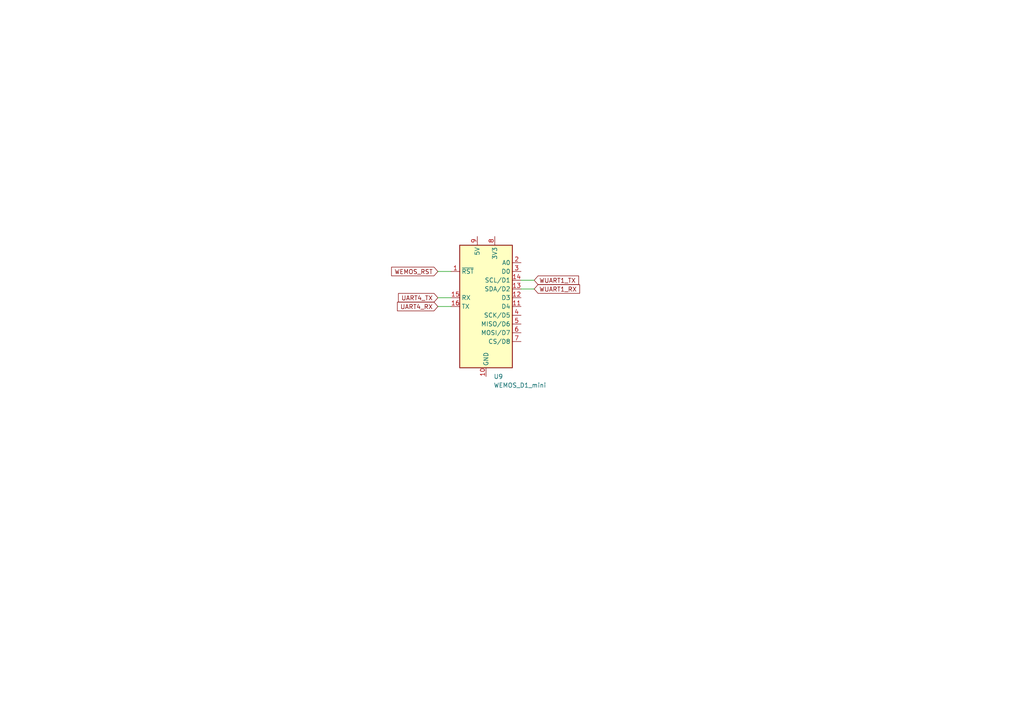
<source format=kicad_sch>
(kicad_sch (version 20231120) (generator "eeschema") (generator_version "8.0")
  (paper "A4")
  (title_block (title "MB02A1 - WiFi Module") (date "2025-01-18") (rev "A1"))
  (lib_symbols
    (symbol "RF_Module:WEMOS_D1_mini"
      (property "Reference" "U" (at 3.81 19.05 0))
      (property "Value" "WEMOS_D1_mini" (at 1.27 -19.05 0))
      (symbol "WEMOS_D1_mini_1_1"
        (rectangle (start -7.62 17.78) (end 7.62 -17.78) (stroke (width 0.254)) (fill (type background)))
        (pin input line (at -10.16 10.16 0) (length 2.54) (name "~{RST}") (number "1"))
        (pin power_in line (at 0 -20.32 90) (length 2.54) (name "GND") (number "10"))
        (pin bidirectional line (at 10.16 0 180) (length 2.54) (name "D4") (number "11"))
        (pin bidirectional line (at 10.16 2.54 180) (length 2.54) (name "D3") (number "12"))
        (pin bidirectional line (at 10.16 5.08 180) (length 2.54) (name "SDA/D2") (number "13"))
        (pin bidirectional line (at 10.16 7.62 180) (length 2.54) (name "SCL/D1") (number "14"))
        (pin input line (at -10.16 2.54 0) (length 2.54) (name "RX") (number "15"))
        (pin output line (at -10.16 0 0) (length 2.54) (name "TX") (number "16"))
        (pin input line (at 10.16 12.7 180) (length 2.54) (name "A0") (number "2"))
        (pin bidirectional line (at 10.16 10.16 180) (length 2.54) (name "D0") (number "3"))
        (pin bidirectional line (at 10.16 -2.54 180) (length 2.54) (name "SCK/D5") (number "4"))
        (pin bidirectional line (at 10.16 -5.08 180) (length 2.54) (name "MISO/D6") (number "5"))
        (pin bidirectional line (at 10.16 -7.62 180) (length 2.54) (name "MOSI/D7") (number "6"))
        (pin bidirectional line (at 10.16 -10.16 180) (length 2.54) (name "CS/D8") (number "7"))
        (pin power_out line (at 2.54 20.32 270) (length 2.54) (name "3V3") (number "8"))
        (pin power_in line (at -2.54 20.32 270) (length 2.54) (name "5V") (number "9"))
      )
    )
  )
  (wire (pts (xy 127 86.36) (xy 130.81 86.36)))
  (wire (pts (xy 127 88.9) (xy 130.81 88.9)))
  (wire (pts (xy 151.13 81.28) (xy 154.94 81.28)))
  (wire (pts (xy 127 78.74) (xy 130.81 78.74)))
  (wire (pts (xy 151.13 83.82) (xy 154.94 83.82)))
  (global_label "WEMOS_RST" (shape input) (at 127 78.74 180) (property "Intersheetrefs" "${INTERSHEET_REFS}" (effects (hide yes))))
  (global_label "WUART1_TX" (shape input) (at 154.94 81.28 0) (property "Intersheetrefs" "${INTERSHEET_REFS}" (effects (hide yes))))
  (global_label "WUART1_RX" (shape input) (at 154.94 83.82 0) (property "Intersheetrefs" "${INTERSHEET_REFS}" (effects (hide yes))))
  (global_label "UART4_TX" (shape input) (at 127 86.36 180) (property "Intersheetrefs" "${INTERSHEET_REFS}" (effects (hide yes))))
  (global_label "UART4_RX" (shape input) (at 127 88.9 180) (property "Intersheetrefs" "${INTERSHEET_REFS}" (effects (hide yes))))
  (symbol (lib_id "RF_Module:WEMOS_D1_mini") (at 140.97 88.9 0) (unit 1)
    (property "Reference" "U9" (at 143.1641 109.22 0) (effects (justify left)))
    (property "Value" "WEMOS_D1_mini" (at 143.1641 111.76 0) (effects (justify left)))
    (property "Footprint" "RF_Module:WEMOS_D1_mini_light" (effects (hide yes)))
    (property "Datasheet" "https://wiki.wemos.cc/products:d1:d1_mini#documentation" (effects (hide yes)))
    (property "Description" "32-bit microcontroller module with WiFi" (effects (hide yes)))
  )
)
</source>
